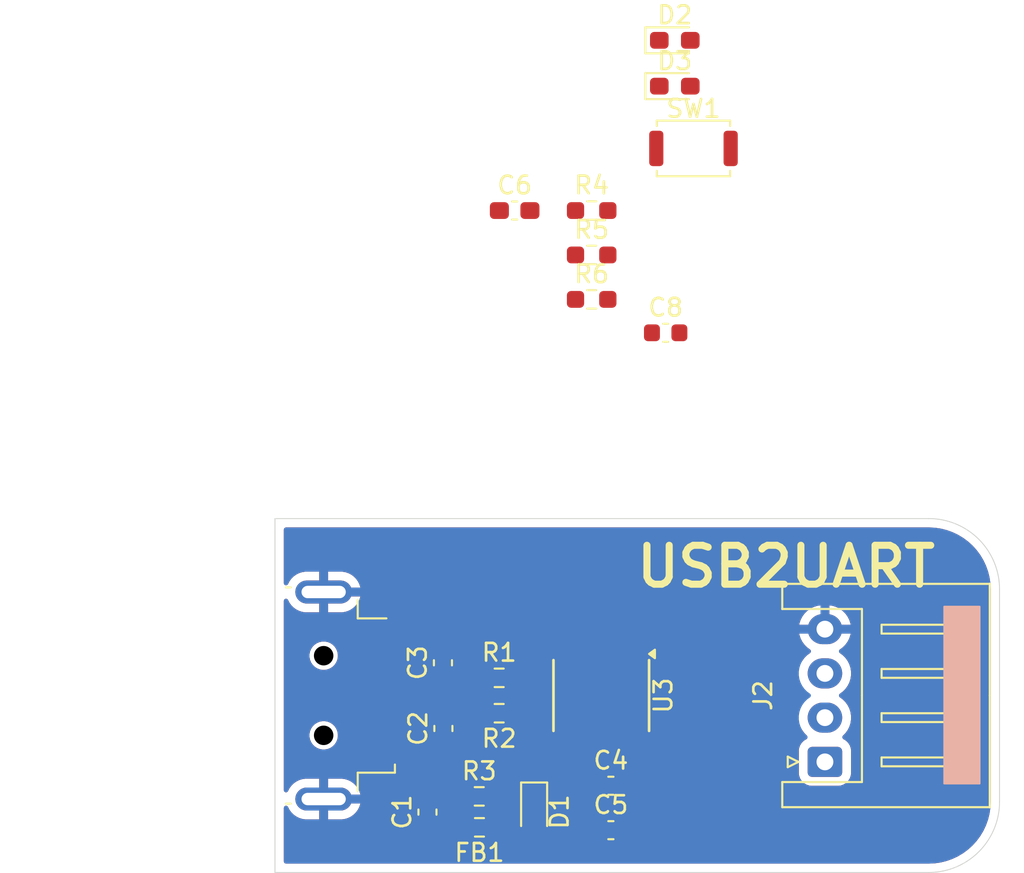
<source format=kicad_pcb>
(kicad_pcb (version 20240108) (generator "pcbnew") (generator_version "8.0")
  (layers (0 "F.Cu" signal) (31 "B.Cu" signal) (34 "B.Paste" user) (35 "F.Paste" user) (36 "B.SilkS" user "B.Silkscreen") (37 "F.SilkS" user "F.Silkscreen") (38 "B.Mask" user) (39 "F.Mask" user) (44 "Edge.Cuts" user))
  (net 0 "")
  (net 1 "+5V")
  (net 2 "+3V3")
  (net 3 "~{RST}")
  (net 4 "USB_D-")
  (net 5 "USB_D+")
  (net 6 "RXD")
  (net 7 "TXD")
  (net 8 "GND")
  (net 9 "TX_LED")
  (net 10 "RX_LED")
  (net 11 "+3.3V")
  (net 14 "VBUS")
  (net 17 "/PWR_LED")
  (footprint "Resistor_SMD:R_0603_1608Metric_Pad0.98x0.95mm_HandSolder" (layer "F.Cu") (at 143.425 87.6125)
    (property "Reference" "R6" (at 0 -1.43 0) (layer "F.SilkS"))
    (property "Value" "10k")
    (fp_line (start -0.254724 -0.5225) (end 0.254724 -0.5225) (stroke (width 0.12)) (layer "F.SilkS"))
    (fp_line (start -0.254724 0.5225) (end 0.254724 0.5225) (stroke (width 0.12)) (layer "F.SilkS"))
    (pad "1" smd roundrect (at -0.9125 0) (size 0.975 0.95) (layers "F.Cu" "F.Paste" "F.Mask") (net 3 "~{RST}"))
    (pad "2" smd roundrect (at 0.9125 0) (size 0.975 0.95) (layers "F.Cu" "F.Paste" "F.Mask") (net 11 "+3.3V"))
  )
  (footprint "Resistor_SMD:R_0603_1608Metric_Pad0.98x0.95mm_HandSolder" (layer "F.Cu") (at 138.2 109)
    (property "Reference" "R1" (at 0 -1.43 0) (layer "F.SilkS"))
    (property "Value" "27")
    (fp_line (start -0.254724 -0.5225) (end 0.254724 -0.5225) (stroke (width 0.12)) (layer "F.SilkS"))
    (fp_line (start -0.254724 0.5225) (end 0.254724 0.5225) (stroke (width 0.12)) (layer "F.SilkS"))
    (pad "1" smd roundrect (at -0.9125 0) (size 0.975 0.95) (layers "F.Cu" "F.Paste" "F.Mask") (net 5 "USB_D+"))
    (pad "2" smd roundrect (at 0.9125 0) (size 0.975 0.95) (layers "F.Cu" "F.Paste" "F.Mask") (net 5 "USB_D+"))
  )
  (footprint "Capacitor_SMD:C_0603_1608Metric_Pad1.08x0.95mm_HandSolder" (layer "F.Cu") (at 144.51 115.1)
    (property "Reference" "C4" (at 0 -1.43 0) (layer "F.SilkS"))
    (property "Value" "100n")
    (fp_line (start -0.146267 -0.51) (end 0.146267 -0.51) (stroke (width 0.12)) (layer "F.SilkS"))
    (fp_line (start -0.146267 0.51) (end 0.146267 0.51) (stroke (width 0.12)) (layer "F.SilkS"))
    (pad "1" smd roundrect (at -0.8625 0) (size 1.075 0.95) (layers "F.Cu" "F.Paste" "F.Mask") (net 1 "+5V"))
    (pad "2" smd roundrect (at 0.8625 0) (size 1.075 0.95) (layers "F.Cu" "F.Paste" "F.Mask") (net 8 "GND"))
  )
  (footprint "LED_SMD:LED_0603_1608Metric_Pad1.05x0.95mm_HandSolder" (layer "F.Cu") (at 140.175 116.575 -90)
    (property "Reference" "D1" (at 0 -1.43 90) (layer "F.SilkS"))
    (property "Value" "LED")
    (fp_line (start -1.66 0.735) (end 0.8 0.735) (stroke (width 0.12)) (layer "F.SilkS"))
    (fp_line (start -1.66 -0.735) (end -1.66 0.735) (stroke (width 0.12)) (layer "F.SilkS"))
    (fp_line (start 0.8 -0.735) (end -1.66 -0.735) (stroke (width 0.12)) (layer "F.SilkS"))
    (pad "1" smd roundrect (at -0.875 0 270) (size 1.05 0.95) (layers "F.Cu" "F.Paste" "F.Mask") (net 17 "/PWR_LED"))
    (pad "2" smd roundrect (at 0.875 0 270) (size 1.05 0.95) (layers "F.Cu" "F.Paste" "F.Mask") (net 1 "+5V"))
  )
  (footprint "Connector_USB:USB_A_Molex_48037-2200_Horizontal" (layer "F.Cu") (at 119.9125 110 180)
    (property "Reference" "J1" (hide yes))
    (property "Value" "USB_A")
    (fp_line (start -6.515 6.11) (end -6.245 6.11) (stroke (width 0.12)) (layer "F.SilkS"))
    (fp_line (start -6.515 -6.11) (end -6.245 -6.11) (stroke (width 0.12)) (layer "F.SilkS"))
    (fp_line (start -10.3 4.36) (end -10.3 5.4) (stroke (width 0.12)) (layer "F.SilkS"))
    (fp_line (start -10.3 -5.4) (end -10.3 -4.36) (stroke (width 0.12)) (layer "F.SilkS"))
    (fp_line (start -11.92 4.36) (end -10.3 4.36) (stroke (width 0.12)) (layer "F.SilkS"))
    (fp_line (start -12.4 -4.36) (end -10.3 -4.36) (stroke (width 0.12)) (layer "F.SilkS"))
    (fp_line (start -12.4 -4.36) (end -12.4 -3.9) (stroke (width 0.12)) (layer "F.SilkS"))
    (pad "" np_thru_hole circle (at -8.375 -2.25 180) (size 1.1 1.1) (drill 1.1) (layers "*.Mask"))
    (pad "" np_thru_hole circle (at -8.375 2.25 180) (size 1.1 1.1) (drill 1.1) (layers "*.Mask"))
    (pad "1" smd roundrect (at -10.975 -3.5 180) (size 2 1.2) (layers "F.Cu" "F.Paste" "F.Mask") (net 14 "VBUS"))
    (pad "2" smd roundrect (at -10.975 -1 180) (size 2 1.2) (layers "F.Cu" "F.Paste" "F.Mask") (net 4 "USB_D-"))
    (pad "3" smd roundrect (at -10.975 1 180) (size 2 1.2) (layers "F.Cu" "F.Paste" "F.Mask") (net 5 "USB_D+"))
    (pad "4" smd roundrect (at -10.975 3.5 180) (size 2 1.2) (layers "F.Cu" "F.Paste" "F.Mask") (net 8 "GND"))
    (pad "5" thru_hole oval (at -8.375 -5.85 180) (size 3.2 1.3) (drill oval 2.5 0.7) (layers "*.Cu" "*.Mask") (net 8 "GND"))
    (pad "5" thru_hole oval (at -8.375 5.85 180) (size 3.2 1.3) (drill oval 2.5 0.7) (layers "*.Cu" "*.Mask") (net 8 "GND"))
  )
  (footprint "LED_SMD:LED_0603_1608Metric_Pad1.05x0.95mm_HandSolder" (layer "F.Cu") (at 148.12 75.5625)
    (property "Reference" "D3" (at 0 -1.43 0) (layer "F.SilkS"))
    (property "Value" "LED")
    (fp_line (start -1.66 -0.735) (end -1.66 0.735) (stroke (width 0.12)) (layer "F.SilkS"))
    (fp_line (start -1.66 0.735) (end 0.8 0.735) (stroke (width 0.12)) (layer "F.SilkS"))
    (fp_line (start 0.8 -0.735) (end -1.66 -0.735) (stroke (width 0.12)) (layer "F.SilkS"))
    (pad "1" smd roundrect (at -0.875 0) (size 1.05 0.95) (layers "F.Cu" "F.Paste" "F.Mask") (net 10 "RX_LED"))
    (pad "2" smd roundrect (at 0.875 0) (size 1.05 0.95) (layers "F.Cu" "F.Paste" "F.Mask") (net 2 "+3V3"))
  )
  (footprint "Button_Switch_SMD:SW_Push_SPST_NO_Alps_SKRK" (layer "F.Cu") (at 149.175 79.0825)
    (property "Reference" "SW1" (at 0 -2.25 0) (layer "F.SilkS"))
    (property "Value" "SW_Push")
    (fp_line (start -2.07 -1.57) (end 2.07 -1.57) (stroke (width 0.12)) (layer "F.SilkS"))
    (fp_line (start -2.07 -1.27) (end -2.07 -1.57) (stroke (width 0.12)) (layer "F.SilkS"))
    (fp_line (start -2.07 1.57) (end -2.07 1.27) (stroke (width 0.12)) (layer "F.SilkS"))
    (fp_line (start 2.07 -1.57) (end 2.07 -1.27) (stroke (width 0.12)) (layer "F.SilkS"))
    (fp_line (start 2.07 1.27) (end 2.07 1.57) (stroke (width 0.12)) (layer "F.SilkS"))
    (fp_line (start 2.07 1.57) (end -2.07 1.57) (stroke (width 0.12)) (layer "F.SilkS"))
    (pad "1" smd roundrect (at -2.1 0) (size 0.8 2) (layers "F.Cu" "F.Paste" "F.Mask") (net 8 "GND"))
    (pad "2" smd roundrect (at 2.1 0) (size 0.8 2) (layers "F.Cu" "F.Paste" "F.Mask") (net 3 "~{RST}"))
  )
  (footprint "Capacitor_SMD:C_0603_1608Metric" (layer "F.Cu") (at 147.605 89.5025)
    (property "Reference" "C8" (at 0 -1.43 0) (layer "F.SilkS"))
    (property "Value" "100n")
    (fp_line (start -0.14058 -0.51) (end 0.14058 -0.51) (stroke (width 0.12)) (layer "F.SilkS"))
    (fp_line (start -0.14058 0.51) (end 0.14058 0.51) (stroke (width 0.12)) (layer "F.SilkS"))
    (pad "1" smd roundrect (at -0.775 0) (size 0.9 0.95) (layers "F.Cu" "F.Paste" "F.Mask") (net 3 "~{RST}"))
    (pad "2" smd roundrect (at 0.775 0) (size 0.9 0.95) (layers "F.Cu" "F.Paste" "F.Mask") (net 8 "GND"))
  )
  (footprint "Capacitor_SMD:C_0603_1608Metric_Pad1.08x0.95mm_HandSolder" (layer "F.Cu") (at 134.15 116.5875 90)
    (property "Reference" "C1" (at 0 -1.43 90) (layer "F.SilkS"))
    (property "Value" "10n")
    (fp_line (start -0.146267 -0.51) (end 0.146267 -0.51) (stroke (width 0.12)) (layer "F.SilkS"))
    (fp_line (start -0.146267 0.51) (end 0.146267 0.51) (stroke (width 0.12)) (layer "F.SilkS"))
    (pad "1" smd roundrect (at -0.8625 0 90) (size 1.075 0.95) (layers "F.Cu" "F.Paste" "F.Mask") (net 14 "VBUS"))
    (pad "2" smd roundrect (at 0.8625 0 90) (size 1.075 0.95) (layers "F.Cu" "F.Paste" "F.Mask") (net 8 "GND"))
  )
  (footprint "Resistor_SMD:R_0603_1608Metric_Pad0.98x0.95mm_HandSolder" (layer "F.Cu") (at 143.425 82.5925)
    (property "Reference" "R4" (at 0 -1.43 0) (layer "F.SilkS"))
    (property "Value" "270")
    (fp_line (start -0.254724 -0.5225) (end 0.254724 -0.5225) (stroke (width 0.12)) (layer "F.SilkS"))
    (fp_line (start -0.254724 0.5225) (end 0.254724 0.5225) (stroke (width 0.12)) (layer "F.SilkS"))
    (pad "1" smd roundrect (at -0.9125 0) (size 0.975 0.95) (layers "F.Cu" "F.Paste" "F.Mask") (net 9 "TX_LED"))
    (pad "2" smd roundrect (at 0.9125 0) (size 0.975 0.95) (layers "F.Cu" "F.Paste" "F.Mask") (net 9 "TX_LED"))
  )
  (footprint "Capacitor_SMD:C_0603_1608Metric_Pad1.08x0.95mm_HandSolder" (layer "F.Cu") (at 139.075 82.5925)
    (property "Reference" "C6" (at 0 -1.43 0) (layer "F.SilkS"))
    (property "Value" "100n")
    (fp_line (start -0.146267 -0.51) (end 0.146267 -0.51) (stroke (width 0.12)) (layer "F.SilkS"))
    (fp_line (start -0.146267 0.51) (end 0.146267 0.51) (stroke (width 0.12)) (layer "F.SilkS"))
    (pad "1" smd roundrect (at -0.8625 0) (size 1.075 0.95) (layers "F.Cu" "F.Paste" "F.Mask") (net 2 "+3V3"))
    (pad "2" smd roundrect (at 0.8625 0) (size 1.075 0.95) (layers "F.Cu" "F.Paste" "F.Mask") (net 8 "GND"))
  )
  (footprint "Resistor_SMD:R_0603_1608Metric_Pad0.98x0.95mm_HandSolder" (layer "F.Cu") (at 138.2 111 180)
    (property "Reference" "R2" (at 0 -1.43 360) (layer "F.SilkS"))
    (property "Value" "27")
    (fp_line (start -0.254724 0.5225) (end 0.254724 0.5225) (stroke (width 0.12)) (layer "F.SilkS"))
    (fp_line (start -0.254724 -0.5225) (end 0.254724 -0.5225) (stroke (width 0.12)) (layer "F.SilkS"))
    (pad "1" smd roundrect (at -0.9125 0 180) (size 0.975 0.95) (layers "F.Cu" "F.Paste" "F.Mask") (net 4 "USB_D-"))
    (pad "2" smd roundrect (at 0.9125 0 180) (size 0.975 0.95) (layers "F.Cu" "F.Paste" "F.Mask") (net 4 "USB_D-"))
  )
  (footprint "Resistor_SMD:R_0603_1608Metric_Pad0.98x0.95mm_HandSolder" (layer "F.Cu") (at 143.425 85.1025)
    (property "Reference" "R5" (at 0 -1.43 0) (layer "F.SilkS"))
    (property "Value" "270")
    (fp_line (start -0.254724 -0.5225) (end 0.254724 -0.5225) (stroke (width 0.12)) (layer "F.SilkS"))
    (fp_line (start -0.254724 0.5225) (end 0.254724 0.5225) (stroke (width 0.12)) (layer "F.SilkS"))
    (pad "1" smd roundrect (at -0.9125 0) (size 0.975 0.95) (layers "F.Cu" "F.Paste" "F.Mask") (net 10 "RX_LED"))
    (pad "2" smd roundrect (at 0.9125 0) (size 0.975 0.95) (layers "F.Cu" "F.Paste" "F.Mask") (net 10 "RX_LED"))
  )
  (footprint "Capacitor_SMD:C_0603_1608Metric_Pad1.08x0.95mm_HandSolder" (layer "F.Cu") (at 135.025 108.15 90)
    (property "Reference" "C3" (at 0 -1.43 90) (layer "F.SilkS"))
    (property "Value" "47p")
    (fp_line (start -0.146267 -0.51) (end 0.146267 -0.51) (stroke (width 0.12)) (layer "F.SilkS"))
    (fp_line (start -0.146267 0.51) (end 0.146267 0.51) (stroke (width 0.12)) (layer "F.SilkS"))
    (pad "1" smd roundrect (at -0.8625 0 90) (size 1.075 0.95) (layers "F.Cu" "F.Paste" "F.Mask") (net 5 "USB_D+"))
    (pad "2" smd roundrect (at 0.8625 0 90) (size 1.075 0.95) (layers "F.Cu" "F.Paste" "F.Mask") (net 8 "GND"))
  )
  (footprint "Package_SO:SSOP-16_3.9x4.9mm_P0.635mm" (layer "F.Cu") (at 143.9675 110 -90)
    (property "Reference" "U3" (at 0 -3.5 90) (layer "F.SilkS"))
    (property "Value" "FT230XS")
    (fp_line (start -2 2.7) (end 2 2.7) (stroke (width 0.15)) (layer "F.SilkS"))
    (fp_line (start -2 -2.7) (end 2 -2.7) (stroke (width 0.15)) (layer "F.SilkS"))
    (fp_poly (pts (xy -2.35 -2.7) (xy -2.59 -3.03) (xy -2.11 -3.03) (xy -2.35 -2.7)) (stroke (width 0.12)) (fill solid) (layer "F.SilkS"))
    (pad "1" smd rect (at -2.6 -2.2225 270) (size 1.2 0.4) (layers "F.Cu" "F.Paste" "F.Mask") (net 7 "TXD"))
    (pad "2" smd rect (at -2.6 -1.5875 270) (size 1.2 0.4) (layers "F.Cu" "F.Paste" "F.Mask"))
    (pad "3" smd rect (at -2.6 -0.9525 270) (size 1.2 0.4) (layers "F.Cu" "F.Paste" "F.Mask") (net 2 "+3V3"))
    (pad "4" smd rect (at -2.6 -0.3175 270) (size 1.2 0.4) (layers "F.Cu" "F.Paste" "F.Mask") (net 6 "RXD"))
    (pad "5" smd rect (at -2.6 0.3175 270) (size 1.2 0.4) (layers "F.Cu" "F.Paste" "F.Mask") (net 8 "GND"))
    (pad "6" smd rect (at -2.6 0.9525 270) (size 1.2 0.4) (layers "F.Cu" "F.Paste" "F.Mask"))
    (pad "7" smd rect (at -2.6 1.5875 270) (size 1.2 0.4) (layers "F.Cu" "F.Paste" "F.Mask") (net 9 "TX_LED"))
    (pad "8" smd rect (at -2.6 2.2225 270) (size 1.2 0.4) (layers "F.Cu" "F.Paste" "F.Mask") (net 5 "USB_D+"))
    (pad "9" smd rect (at 2.6 2.2225 270) (size 1.2 0.4) (layers "F.Cu" "F.Paste" "F.Mask") (net 4 "USB_D-"))
    (pad "10" smd rect (at 2.6 1.5875 270) (size 1.2 0.4) (layers "F.Cu" "F.Paste" "F.Mask") (net 2 "+3V3"))
    (pad "11" smd rect (at 2.6 0.9525 270) (size 1.2 0.4) (layers "F.Cu" "F.Paste" "F.Mask") (net 3 "~{RST}"))
    (pad "12" smd rect (at 2.6 0.3175 270) (size 1.2 0.4) (layers "F.Cu" "F.Paste" "F.Mask") (net 1 "+5V"))
    (pad "13" smd rect (at 2.6 -0.3175 270) (size 1.2 0.4) (layers "F.Cu" "F.Paste" "F.Mask") (net 8 "GND"))
    (pad "14" smd rect (at 2.6 -0.9525 270) (size 1.2 0.4) (layers "F.Cu" "F.Paste" "F.Mask") (net 10 "RX_LED"))
    (pad "15" smd rect (at 2.6 -1.5875 270) (size 1.2 0.4) (layers "F.Cu" "F.Paste" "F.Mask"))
    (pad "16" smd rect (at 2.6 -2.2225 270) (size 1.2 0.4) (layers "F.Cu" "F.Paste" "F.Mask"))
  )
  (footprint "Connector_JST:JST_XH_S4B-XH-A_1x04_P2.50mm_Horizontal" (layer "F.Cu") (at 156.6 113.75 90)
    (property "Reference" "J2" (at 3.75 -3.5 90) (layer "F.SilkS"))
    (property "Value" "Conn_01x04_Socket")
    (fp_line (start 10.06 -2.41) (end 8.64 -2.41) (stroke (width 0.12)) (layer "F.SilkS"))
    (fp_line (start 8.64 -2.41) (end 8.64 2.09) (stroke (width 0.12)) (layer "F.SilkS"))
    (fp_line (start -1.14 -2.41) (end -1.14 2.09) (stroke (width 0.12)) (layer "F.SilkS"))
    (fp_line (start -2.56 -2.41) (end -1.14 -2.41) (stroke (width 0.12)) (layer "F.SilkS"))
    (fp_line (start 0.3 -2.1) (end 0 -1.5) (stroke (width 0.12)) (layer "F.SilkS"))
    (fp_line (start -0.3 -2.1) (end 0.3 -2.1) (stroke (width 0.12)) (layer "F.SilkS"))
    (fp_line (start 0 -1.5) (end -0.3 -2.1) (stroke (width 0.12)) (layer "F.SilkS"))
    (fp_line (start 8.64 2.09) (end 3.75 2.09) (stroke (width 0.12)) (layer "F.SilkS"))
    (fp_line (start -1.14 2.09) (end 3.75 2.09) (stroke (width 0.12)) (layer "F.SilkS"))
    (fp_line (start 7.75 3.2) (end 7.25 3.2) (stroke (width 0.12)) (layer "F.SilkS"))
    (fp_line (start 7.25 3.2) (end 7.25 8.7) (stroke (width 0.12)) (layer "F.SilkS"))
    (fp_line (start 5.25 3.2) (end 4.75 3.2) (stroke (width 0.12)) (layer "F.SilkS"))
    (fp_line (start 4.75 3.2) (end 4.75 8.7) (stroke (width 0.12)) (layer "F.SilkS"))
    (fp_line (start 2.75 3.2) (end 2.25 3.2) (stroke (width 0.12)) (layer "F.SilkS"))
    (fp_line (start 2.25 3.2) (end 2.25 8.7) (stroke (width 0.12)) (layer "F.SilkS"))
    (fp_line (start 0.25 3.2) (end -0.25 3.2) (stroke (width 0.12)) (layer "F.SilkS"))
    (fp_line (start -0.25 3.2) (end -0.25 8.7) (stroke (width 0.12)) (layer "F.SilkS"))
    (fp_line (start 7.75 8.7) (end 7.75 3.2) (stroke (width 0.12)) (layer "F.SilkS"))
    (fp_line (start 7.25 8.7) (end 7.75 8.7) (stroke (width 0.12)) (layer "F.SilkS"))
    (fp_line (start 5.25 8.7) (end 5.25 3.2) (stroke (width 0.12)) (layer "F.SilkS"))
    (fp_line (start 4.75 8.7) (end 5.25 8.7) (stroke (width 0.12)) (layer "F.SilkS"))
    (fp_line (start 2.75 8.7) (end 2.75 3.2) (stroke (width 0.12)) (layer "F.SilkS"))
    (fp_line (start 2.25 8.7) (end 2.75 8.7) (stroke (width 0.12)) (layer "F.SilkS"))
    (fp_line (start 0.25 8.7) (end 0.25 3.2) (stroke (width 0.12)) (layer "F.SilkS"))
    (fp_line (start -0.25 8.7) (end 0.25 8.7) (stroke (width 0.12)) (layer "F.SilkS"))
    (fp_line (start 10.06 9.31) (end 10.06 -2.41) (stroke (width 0.12)) (layer "F.SilkS"))
    (fp_line (start 3.75 9.31) (end 10.06 9.31) (stroke (width 0.12)) (layer "F.SilkS"))
    (fp_line (start 3.75 9.31) (end -2.56 9.31) (stroke (width 0.12)) (layer "F.SilkS"))
    (fp_line (start -2.56 9.31) (end -2.56 -2.41) (stroke (width 0.12)) (layer "F.SilkS"))
    (pad "1" thru_hole roundrect (at 0 0 90) (size 1.7 1.95) (drill 0.95) (layers "*.Cu" "*.Mask") (roundrect_rratio 0.147059) (net 1 "+5V"))
    (pad "2" thru_hole oval (at 2.5 0 90) (size 1.7 1.95) (drill 0.95) (layers "*.Cu" "*.Mask") (net 6 "RXD"))
    (pad "3" thru_hole oval (at 5 0 90) (size 1.7 1.95) (drill 0.95) (layers "*.Cu" "*.Mask") (net 7 "TXD"))
    (pad "4" thru_hole oval (at 7.5 0 90) (size 1.7 1.95) (drill 0.95) (layers "*.Cu" "*.Mask") (net 8 "GND"))
  )
  (footprint "Resistor_SMD:R_0603_1608Metric_Pad0.98x0.95mm_HandSolder" (layer "F.Cu") (at 137.0875 117.45)
    (property "Reference" "FB1" (at 0 1.43 0) (layer "F.SilkS"))
    (property "Value" "FerriteBead")
    (fp_line (start -0.254724 -0.5225) (end 0.254724 -0.5225) (stroke (width 0.12)) (layer "F.SilkS"))
    (fp_line (start -0.254724 0.5225) (end 0.254724 0.5225) (stroke (width 0.12)) (layer "F.SilkS"))
    (pad "1" smd roundrect (at -0.9125 0) (size 0.975 0.95) (layers "F.Cu" "F.Paste" "F.Mask") (net 14 "VBUS"))
    (pad "2" smd roundrect (at 0.9125 0) (size 0.975 0.95) (layers "F.Cu" "F.Paste" "F.Mask") (net 1 "+5V"))
  )
  (footprint "LED_SMD:LED_0603_1608Metric_Pad1.05x0.95mm_HandSolder" (layer "F.Cu") (at 148.12 72.9725)
    (property "Reference" "D2" (at 0 -1.43 0) (layer "F.SilkS"))
    (property "Value" "LED")
    (fp_line (start -1.66 -0.735) (end -1.66 0.735) (stroke (width 0.12)) (layer "F.SilkS"))
    (fp_line (start -1.66 0.735) (end 0.8 0.735) (stroke (width 0.12)) (layer "F.SilkS"))
    (fp_line (start 0.8 -0.735) (end -1.66 -0.735) (stroke (width 0.12)) (layer "F.SilkS"))
    (pad "1" smd roundrect (at -0.875 0) (size 1.05 0.95) (layers "F.Cu" "F.Paste" "F.Mask") (net 9 "TX_LED"))
    (pad "2" smd roundrect (at 0.875 0) (size 1.05 0.95) (layers "F.Cu" "F.Paste" "F.Mask") (net 2 "+3V3"))
  )
  (footprint "Capacitor_SMD:C_0603_1608Metric_Pad1.08x0.95mm_HandSolder" (layer "F.Cu") (at 135.05 111.8625 -90)
    (property "Reference" "C2" (at 0 1.43 90) (layer "F.SilkS"))
    (property "Value" "47p")
    (fp_line (start -0.146267 0.51) (end 0.146267 0.51) (stroke (width 0.12)) (layer "F.SilkS"))
    (fp_line (start -0.146267 -0.51) (end 0.146267 -0.51) (stroke (width 0.12)) (layer "F.SilkS"))
    (pad "1" smd roundrect (at -0.8625 0 270) (size 1.075 0.95) (layers "F.Cu" "F.Paste" "F.Mask") (net 4 "USB_D-"))
    (pad "2" smd roundrect (at 0.8625 0 270) (size 1.075 0.95) (layers "F.Cu" "F.Paste" "F.Mask") (net 8 "GND"))
  )
  (footprint "Resistor_SMD:R_0603_1608Metric_Pad0.98x0.95mm_HandSolder" (layer "F.Cu") (at 137.075 115.7)
    (property "Reference" "R3" (at 0 -1.43 360) (layer "F.SilkS"))
    (property "Value" "270")
    (fp_line (start -0.254724 -0.5225) (end 0.254724 -0.5225) (stroke (width 0.12)) (layer "F.SilkS"))
    (fp_line (start -0.254724 0.5225) (end 0.254724 0.5225) (stroke (width 0.12)) (layer "F.SilkS"))
    (pad "1" smd roundrect (at -0.9125 0) (size 0.975 0.95) (layers "F.Cu" "F.Paste" "F.Mask") (net 8 "GND"))
    (pad "2" smd roundrect (at 0.9125 0) (size 0.975 0.95) (layers "F.Cu" "F.Paste" "F.Mask") (net 17 "/PWR_LED"))
  )
  (footprint "Capacitor_SMD:C_0603_1608Metric_Pad1.08x0.95mm_HandSolder" (layer "F.Cu") (at 144.51 117.61)
    (property "Reference" "C5" (at 0 -1.43 0) (layer "F.SilkS"))
    (property "Value" "4u7")
    (fp_line (start -0.146267 -0.51) (end 0.146267 -0.51) (stroke (width 0.12)) (layer "F.SilkS"))
    (fp_line (start -0.146267 0.51) (end 0.146267 0.51) (stroke (width 0.12)) (layer "F.SilkS"))
    (pad "1" smd roundrect (at -0.8625 0) (size 1.075 0.95) (layers "F.Cu" "F.Paste" "F.Mask") (net 1 "+5V"))
    (pad "2" smd roundrect (at 0.8625 0) (size 1.075 0.95) (layers "F.Cu" "F.Paste" "F.Mask") (net 8 "GND"))
  )
  (gr_rect (start 163.3375 104.975) (end 165.3375 114.975) (stroke (width 0.1)) (fill solid) (layer "B.SilkS"))
  (gr_arc (start 166.462578 116) (mid 165.290982 118.828482) (end 162.4625 120.000078) (stroke (width 0.05)) (layer "Edge.Cuts"))
  (gr_arc (start 162.4625 99.999922) (mid 165.290982 101.171518) (end 166.462578 104) (stroke (width 0.05)) (layer "Edge.Cuts"))
  (gr_line (start 125.5375 100) (end 125.5375 120) (stroke (width 0.05)) (layer "Edge.Cuts"))
  (gr_line (start 166.462578 104) (end 166.462578 116) (stroke (width 0.05)) (layer "Edge.Cuts"))
  (gr_line (start 162.4625 120.000124) (end 125.5375 120.000124) (stroke (width 0.05)) (layer "Edge.Cuts"))
  (gr_line (start 125.5375 100) (end 162.4625 100) (stroke (width 0.05)) (layer "Edge.Cuts"))
  (gr_text "USB2UART" (at 145.76 104 0) (layer "F.SilkS") (effects (font (size 2.2 2.2) (thickness 0.4)) (justify left bottom)))
  (zone (net 8) (net_name "GND") (layer "F.Cu") (connect_pads (clearance 0.5)) (min_thickness 0.25) (fill yes (thermal_gap 0.5) (thermal_bridge_width 0.5))
    (polygon (pts (xy 125.5375 100) (xy 166.4525 100) (xy 166.4525 120) (xy 125.5375 120)))
  )
  (zone (net 8) (net_name "GND") (layer "B.Cu") (priority 1) (connect_pads (clearance 0.5)) (min_thickness 0.25) (fill yes (thermal_gap 0.5) (thermal_bridge_width 0.5))
    (polygon (pts (xy 125.5375 100) (xy 166.4575 100) (xy 166.4575 120) (xy 125.5375 120)))
  )
)
</source>
